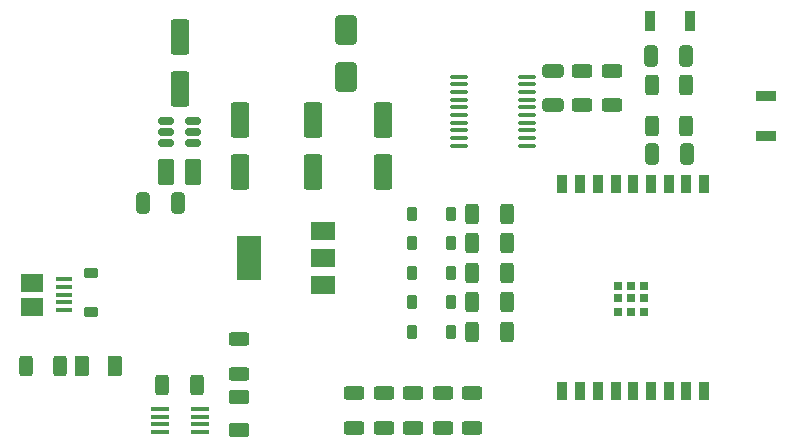
<source format=gbr>
%TF.GenerationSoftware,KiCad,Pcbnew,7.0.6*%
%TF.CreationDate,2023-12-17T20:33:08-05:00*%
%TF.ProjectId,Crystal,43727973-7461-46c2-9e6b-696361645f70,rev?*%
%TF.SameCoordinates,PX1312d00PY1312d00*%
%TF.FileFunction,Paste,Top*%
%TF.FilePolarity,Positive*%
%FSLAX46Y46*%
G04 Gerber Fmt 4.6, Leading zero omitted, Abs format (unit mm)*
G04 Created by KiCad (PCBNEW 7.0.6) date 2023-12-17 20:33:08*
%MOMM*%
%LPD*%
G01*
G04 APERTURE LIST*
G04 Aperture macros list*
%AMRoundRect*
0 Rectangle with rounded corners*
0 $1 Rounding radius*
0 $2 $3 $4 $5 $6 $7 $8 $9 X,Y pos of 4 corners*
0 Add a 4 corners polygon primitive as box body*
4,1,4,$2,$3,$4,$5,$6,$7,$8,$9,$2,$3,0*
0 Add four circle primitives for the rounded corners*
1,1,$1+$1,$2,$3*
1,1,$1+$1,$4,$5*
1,1,$1+$1,$6,$7*
1,1,$1+$1,$8,$9*
0 Add four rect primitives between the rounded corners*
20,1,$1+$1,$2,$3,$4,$5,0*
20,1,$1+$1,$4,$5,$6,$7,0*
20,1,$1+$1,$6,$7,$8,$9,0*
20,1,$1+$1,$8,$9,$2,$3,0*%
G04 Aperture macros list end*
%ADD10R,1.600000X0.300000*%
%ADD11RoundRect,0.250001X-0.462499X-0.849999X0.462499X-0.849999X0.462499X0.849999X-0.462499X0.849999X0*%
%ADD12RoundRect,0.250000X0.312500X0.625000X-0.312500X0.625000X-0.312500X-0.625000X0.312500X-0.625000X0*%
%ADD13RoundRect,0.250000X-0.625000X0.312500X-0.625000X-0.312500X0.625000X-0.312500X0.625000X0.312500X0*%
%ADD14RoundRect,0.250000X-0.312500X-0.625000X0.312500X-0.625000X0.312500X0.625000X-0.312500X0.625000X0*%
%ADD15RoundRect,0.250000X-0.375000X-0.625000X0.375000X-0.625000X0.375000X0.625000X-0.375000X0.625000X0*%
%ADD16R,2.000000X1.500000*%
%ADD17R,2.000000X3.800000*%
%ADD18R,0.900000X1.700000*%
%ADD19RoundRect,0.250000X-0.325000X-0.650000X0.325000X-0.650000X0.325000X0.650000X-0.325000X0.650000X0*%
%ADD20RoundRect,0.225000X0.225000X0.375000X-0.225000X0.375000X-0.225000X-0.375000X0.225000X-0.375000X0*%
%ADD21RoundRect,0.250000X0.550000X-1.250000X0.550000X1.250000X-0.550000X1.250000X-0.550000X-1.250000X0*%
%ADD22RoundRect,0.250000X0.325000X0.650000X-0.325000X0.650000X-0.325000X-0.650000X0.325000X-0.650000X0*%
%ADD23RoundRect,0.225000X0.375000X-0.225000X0.375000X0.225000X-0.375000X0.225000X-0.375000X-0.225000X0*%
%ADD24R,1.350000X0.400000*%
%ADD25R,1.900000X1.500000*%
%ADD26RoundRect,0.250000X-0.625000X0.375000X-0.625000X-0.375000X0.625000X-0.375000X0.625000X0.375000X0*%
%ADD27RoundRect,0.250000X0.625000X-0.312500X0.625000X0.312500X-0.625000X0.312500X-0.625000X-0.312500X0*%
%ADD28R,0.900000X1.500000*%
%ADD29R,0.800000X0.800000*%
%ADD30RoundRect,0.100000X0.637500X0.100000X-0.637500X0.100000X-0.637500X-0.100000X0.637500X-0.100000X0*%
%ADD31RoundRect,0.250000X0.650000X-1.000000X0.650000X1.000000X-0.650000X1.000000X-0.650000X-1.000000X0*%
%ADD32R,1.700000X0.900000*%
%ADD33RoundRect,0.150000X0.512500X0.150000X-0.512500X0.150000X-0.512500X-0.150000X0.512500X-0.150000X0*%
%ADD34RoundRect,0.250000X-0.650000X0.325000X-0.650000X-0.325000X0.650000X-0.325000X0.650000X0.325000X0*%
G04 APERTURE END LIST*
D10*
%TO.C,U4*%
X15700000Y-37225000D03*
X15700000Y-36575000D03*
X15700000Y-35925000D03*
X15700000Y-35275000D03*
X12300000Y-35275000D03*
X12300000Y-35925000D03*
X12300000Y-36575000D03*
X12300000Y-37225000D03*
%TD*%
D11*
%TO.C,L1*%
X12837500Y-15200000D03*
X15162500Y-15200000D03*
%TD*%
D12*
%TO.C,R12*%
X41687500Y-23750000D03*
X38762500Y-23750000D03*
%TD*%
D13*
%TO.C,R9*%
X36275000Y-33950000D03*
X36275000Y-36875000D03*
%TD*%
D14*
%TO.C,R3*%
X53975000Y-7875000D03*
X56900000Y-7875000D03*
%TD*%
D15*
%TO.C,D2*%
X5762500Y-31600000D03*
X8562500Y-31600000D03*
%TD*%
D16*
%TO.C,U2*%
X26150000Y-24800000D03*
X26150000Y-22500000D03*
D17*
X19850000Y-22500000D03*
D16*
X26150000Y-20200000D03*
%TD*%
D13*
%TO.C,R15*%
X28775000Y-33950000D03*
X28775000Y-36875000D03*
%TD*%
D18*
%TO.C,BOOT1*%
X53825000Y-2425000D03*
X57225000Y-2425000D03*
%TD*%
D19*
%TO.C,C2*%
X53937500Y-5375000D03*
X56887500Y-5375000D03*
%TD*%
D20*
%TO.C,D4*%
X36987500Y-26250000D03*
X33687500Y-26250000D03*
%TD*%
D13*
%TO.C,R13*%
X31275000Y-33950000D03*
X31275000Y-36875000D03*
%TD*%
D12*
%TO.C,R10*%
X41687500Y-26250000D03*
X38762500Y-26250000D03*
%TD*%
%TO.C,R16*%
X41687500Y-18750000D03*
X38762500Y-18750000D03*
%TD*%
D13*
%TO.C,R7*%
X38775000Y-33950000D03*
X38775000Y-36875000D03*
%TD*%
D20*
%TO.C,D5*%
X36987500Y-23750000D03*
X33687500Y-23750000D03*
%TD*%
D13*
%TO.C,R6*%
X48100000Y-6625000D03*
X48100000Y-9550000D03*
%TD*%
D21*
%TO.C,C6*%
X19100000Y-15200000D03*
X19100000Y-10800000D03*
%TD*%
D12*
%TO.C,R8*%
X41687500Y-28750000D03*
X38762500Y-28750000D03*
%TD*%
D22*
%TO.C,C3*%
X13875000Y-17800000D03*
X10925000Y-17800000D03*
%TD*%
D23*
%TO.C,D6*%
X6462500Y-27100000D03*
X6462500Y-23800000D03*
%TD*%
D24*
%TO.C,J1*%
X4162500Y-24300000D03*
X4162500Y-24950000D03*
X4162500Y-25600000D03*
X4162500Y-26250000D03*
X4162500Y-26900000D03*
D25*
X1462500Y-24600000D03*
X1462500Y-26600000D03*
%TD*%
D26*
%TO.C,D9*%
X19000000Y-37050000D03*
X19000000Y-34250000D03*
%TD*%
D20*
%TO.C,D3*%
X36987500Y-28750000D03*
X33687500Y-28750000D03*
%TD*%
D27*
%TO.C,R17*%
X19000000Y-29375000D03*
X19000000Y-32300000D03*
%TD*%
D21*
%TO.C,C7*%
X31250000Y-15200000D03*
X31250000Y-10800000D03*
%TD*%
D28*
%TO.C,U3*%
X58400000Y-16250000D03*
X56900000Y-16250000D03*
X55400000Y-16250000D03*
X53900000Y-16250000D03*
X52400000Y-16250000D03*
X50900000Y-16250000D03*
X49400000Y-16250000D03*
X47900000Y-16250000D03*
X46400000Y-16250000D03*
X46400000Y-33750000D03*
X47900000Y-33750000D03*
X49400000Y-33750000D03*
X50900000Y-33750000D03*
X52400000Y-33750000D03*
X53900000Y-33750000D03*
X55400000Y-33750000D03*
X56900000Y-33750000D03*
X58400000Y-33750000D03*
D29*
X53300000Y-24860000D03*
X52200000Y-24860000D03*
X51100000Y-24860000D03*
X53300000Y-25910000D03*
X52200000Y-25910000D03*
X51100000Y-25910000D03*
X53300000Y-27060000D03*
X52200000Y-27060000D03*
X51100000Y-27060000D03*
%TD*%
D30*
%TO.C,U5*%
X43362500Y-12975000D03*
X43362500Y-12325000D03*
X43362500Y-11675000D03*
X43362500Y-11025000D03*
X43362500Y-10375000D03*
X43362500Y-9725000D03*
X43362500Y-9075000D03*
X43362500Y-8425000D03*
X43362500Y-7775000D03*
X43362500Y-7125000D03*
X37637500Y-7125000D03*
X37637500Y-7775000D03*
X37637500Y-8425000D03*
X37637500Y-9075000D03*
X37637500Y-9725000D03*
X37637500Y-10375000D03*
X37637500Y-11025000D03*
X37637500Y-11675000D03*
X37637500Y-12325000D03*
X37637500Y-12975000D03*
%TD*%
D20*
%TO.C,D8*%
X36987500Y-18750000D03*
X33687500Y-18750000D03*
%TD*%
D31*
%TO.C,D1*%
X28050000Y-7150000D03*
X28050000Y-3150000D03*
%TD*%
D12*
%TO.C,R14*%
X41687500Y-21250000D03*
X38762500Y-21250000D03*
%TD*%
D32*
%TO.C,RESET1*%
X63600000Y-8800000D03*
X63600000Y-12200000D03*
%TD*%
D21*
%TO.C,C5*%
X25250000Y-15200000D03*
X25250000Y-10800000D03*
%TD*%
D27*
%TO.C,R1*%
X50600000Y-9575000D03*
X50600000Y-6650000D03*
%TD*%
D14*
%TO.C,R2*%
X53975000Y-11275000D03*
X56900000Y-11275000D03*
%TD*%
D33*
%TO.C,U1*%
X15137500Y-12750000D03*
X15137500Y-11800000D03*
X15137500Y-10850000D03*
X12862500Y-10850000D03*
X12862500Y-11800000D03*
X12862500Y-12750000D03*
%TD*%
D21*
%TO.C,C4*%
X14000000Y-8200000D03*
X14000000Y-3800000D03*
%TD*%
D34*
%TO.C,C8*%
X45625000Y-6625000D03*
X45625000Y-9575000D03*
%TD*%
D13*
%TO.C,R11*%
X33775000Y-33950000D03*
X33775000Y-36875000D03*
%TD*%
D14*
%TO.C,R4*%
X950000Y-31600000D03*
X3875000Y-31600000D03*
%TD*%
D20*
%TO.C,D7*%
X36987500Y-21250000D03*
X33687500Y-21250000D03*
%TD*%
D14*
%TO.C,R5*%
X12537500Y-33250000D03*
X15462500Y-33250000D03*
%TD*%
D19*
%TO.C,C1*%
X53975000Y-13675000D03*
X56925000Y-13675000D03*
%TD*%
M02*

</source>
